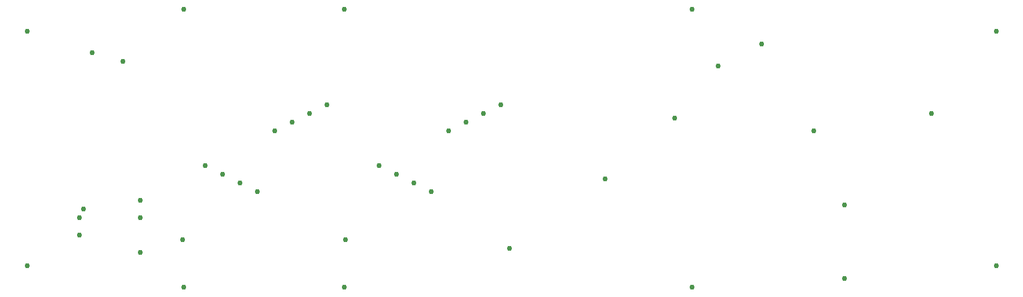
<source format=gbr>
G04 EAGLE Gerber RS-274X export*
G75*
%MOMM*%
%FSLAX34Y34*%
%LPD*%
%INVias*%
%IPPOS*%
%AMOC8*
5,1,8,0,0,1.08239X$1,22.5*%
G01*
%ADD10C,0.756400*%


D10*
X19050Y50800D03*
X19050Y393700D03*
X247650Y425450D03*
X247650Y19050D03*
X863600Y177800D03*
X965200Y266700D03*
X1212850Y31750D03*
X990600Y425450D03*
X1092200Y374650D03*
X1168400Y247650D03*
X1212850Y139700D03*
X1435100Y50800D03*
X1339850Y273050D03*
X1435100Y393700D03*
X158750Y349250D03*
X184150Y146050D03*
X184150Y69850D03*
X990600Y19050D03*
X482600Y425450D03*
X482600Y19050D03*
X1028700Y342900D03*
X279400Y196850D03*
X533400Y196850D03*
X304800Y184150D03*
X558800Y184150D03*
X330200Y171450D03*
X584200Y171450D03*
X355600Y158750D03*
X609600Y158750D03*
X381000Y247650D03*
X635000Y247650D03*
X406400Y260350D03*
X660400Y260350D03*
X431800Y273050D03*
X685800Y273050D03*
X457200Y285750D03*
X711200Y285750D03*
X101600Y133350D03*
X483870Y88900D03*
X246380Y88900D03*
X95250Y120650D03*
X184150Y120650D03*
X723900Y76200D03*
X95250Y95250D03*
X114300Y361950D03*
M02*

</source>
